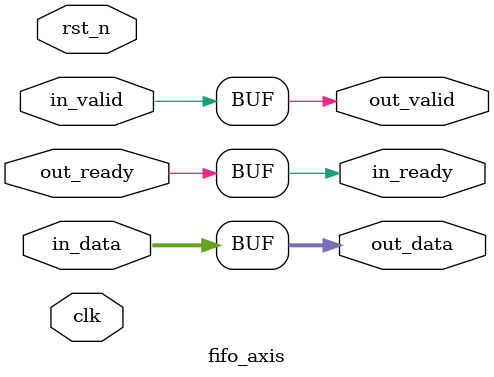
<source format=v>
`timescale 1ns/1ps
module fifo_axis #(
    parameter WIDTH = 64,
    parameter DEPTH = 16
)(
    input  wire              clk,
    input  wire              rst_n,
    // in
    input  wire              in_valid,
    output wire              in_ready,
    input  wire [WIDTH-1:0]  in_data,
    // out
    output wire              out_valid,
    input  wire              out_ready,
    output wire [WIDTH-1:0]  out_data
);
// TODO: placeholder (no storage)
assign in_ready  = out_ready;
assign out_valid = in_valid;
assign out_data  = in_data;
endmodule

</source>
